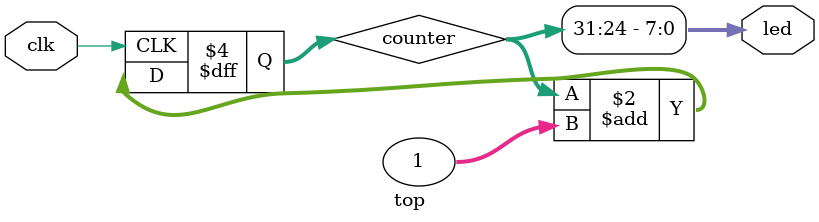
<source format=v>
module top(clk, led);

input clk;
output [7:0] led;

reg [31:0] counter;

always @(posedge clk)
	counter <= counter + 1;

assign led = counter >> 24;

endmodule

</source>
